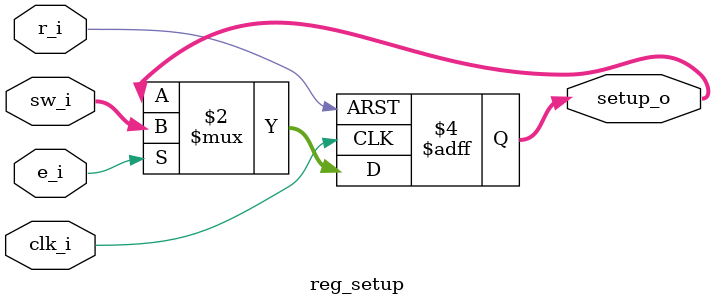
<source format=v>
module reg_setup
(
	sw_i,
	r_i,
	e_i,
	clk_i,
	setup_o
);
localparam N = 8;

input clk_i,r_i,e_i;
input [N-1:0]sw_i;
output reg [N-1:0]setup_o;

always@(posedge clk_i or posedge r_i) begin 
	if(r_i) begin
		setup_o <= 8'b0000000;
	end 
	else if (e_i) begin
		setup_o <= sw_i;
	end

end 
	
endmodule

</source>
